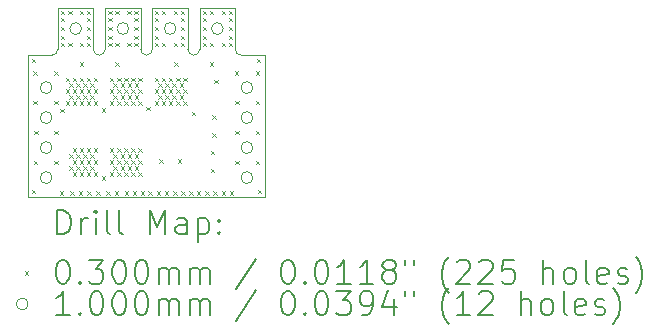
<source format=gbr>
%TF.GenerationSoftware,KiCad,Pcbnew,7.0.2-6a45011f42~172~ubuntu22.04.1*%
%TF.CreationDate,2023-05-29T23:07:17+12:00*%
%TF.ProjectId,THE_BRAWN-20A_POWER,5448455f-4252-4415-974e-2d3230415f50,v2.0*%
%TF.SameCoordinates,Original*%
%TF.FileFunction,Drillmap*%
%TF.FilePolarity,Positive*%
%FSLAX45Y45*%
G04 Gerber Fmt 4.5, Leading zero omitted, Abs format (unit mm)*
G04 Created by KiCad (PCBNEW 7.0.2-6a45011f42~172~ubuntu22.04.1) date 2023-05-29 23:07:17*
%MOMM*%
%LPD*%
G01*
G04 APERTURE LIST*
%ADD10C,0.050000*%
%ADD11C,0.200000*%
%ADD12C,0.030000*%
%ADD13C,0.100000*%
G04 APERTURE END LIST*
D10*
X14900000Y-14875000D02*
X14900000Y-15225000D01*
X13800000Y-14875000D02*
X13800000Y-15225000D01*
X15300000Y-14875000D02*
X15300000Y-15225000D01*
X15550000Y-15275000D02*
X15550000Y-16475000D01*
X14100000Y-14875000D02*
X14100000Y-15225000D01*
X14550000Y-15275000D02*
G75*
G03*
X14600000Y-15225000I0J50000D01*
G01*
X13550000Y-15275000D02*
X13550000Y-16475000D01*
X13800000Y-14875000D02*
X14100000Y-14875000D01*
X14900000Y-15225000D02*
G75*
G03*
X14950000Y-15275000I50000J0D01*
G01*
X14100000Y-15225000D02*
G75*
G03*
X14150000Y-15275000I50000J0D01*
G01*
X14200000Y-14875000D02*
X14200000Y-15225000D01*
X13550000Y-15275000D02*
X13750000Y-15275000D01*
X14200000Y-14875000D02*
X14500000Y-14875000D01*
X13750000Y-15275000D02*
G75*
G03*
X13800000Y-15225000I0J50000D01*
G01*
X15000000Y-14875000D02*
X15300000Y-14875000D01*
X15550000Y-16475000D02*
X13550000Y-16475000D01*
X15300000Y-15225000D02*
G75*
G03*
X15350000Y-15275000I50000J0D01*
G01*
X14950000Y-15275000D02*
G75*
G03*
X15000000Y-15225000I0J50000D01*
G01*
X15000000Y-14875000D02*
X15000000Y-15225000D01*
X14600000Y-14875000D02*
X14900000Y-14875000D01*
X14600000Y-14875000D02*
X14600000Y-15225000D01*
X14150000Y-15275000D02*
G75*
G03*
X14200000Y-15225000I0J50000D01*
G01*
X14500000Y-14875000D02*
X14500000Y-15225000D01*
X15350000Y-15275000D02*
X15550000Y-15275000D01*
X14500000Y-15225000D02*
G75*
G03*
X14550000Y-15275000I50000J0D01*
G01*
D11*
D12*
X13580000Y-15305000D02*
X13610000Y-15335000D01*
X13610000Y-15305000D02*
X13580000Y-15335000D01*
X13580000Y-16415000D02*
X13610000Y-16445000D01*
X13610000Y-16415000D02*
X13580000Y-16445000D01*
X13592500Y-15410000D02*
X13622500Y-15440000D01*
X13622500Y-15410000D02*
X13592500Y-15440000D01*
X13592500Y-15662500D02*
X13622500Y-15692500D01*
X13622500Y-15662500D02*
X13592500Y-15692500D01*
X13595000Y-16170000D02*
X13625000Y-16200000D01*
X13625000Y-16170000D02*
X13595000Y-16200000D01*
X13597500Y-15915000D02*
X13627500Y-15945000D01*
X13627500Y-15915000D02*
X13597500Y-15945000D01*
X13767023Y-16169977D02*
X13797023Y-16199977D01*
X13797023Y-16169977D02*
X13767023Y-16199977D01*
X13767500Y-15662500D02*
X13797500Y-15692500D01*
X13797500Y-15662500D02*
X13767500Y-15692500D01*
X13770000Y-15410000D02*
X13800000Y-15440000D01*
X13800000Y-15410000D02*
X13770000Y-15440000D01*
X13770000Y-15915000D02*
X13800000Y-15945000D01*
X13800000Y-15915000D02*
X13770000Y-15945000D01*
X13815000Y-16425000D02*
X13845000Y-16455000D01*
X13845000Y-16425000D02*
X13815000Y-16455000D01*
X13818680Y-15728939D02*
X13848680Y-15758939D01*
X13848680Y-15728939D02*
X13818680Y-15758939D01*
X13825000Y-14900000D02*
X13855000Y-14930000D01*
X13855000Y-14900000D02*
X13825000Y-14930000D01*
X13825000Y-14960000D02*
X13855000Y-14990000D01*
X13855000Y-14960000D02*
X13825000Y-14990000D01*
X13825000Y-15035000D02*
X13855000Y-15065000D01*
X13855000Y-15035000D02*
X13825000Y-15065000D01*
X13825000Y-15110000D02*
X13855000Y-15140000D01*
X13855000Y-15110000D02*
X13825000Y-15140000D01*
X13825000Y-15170000D02*
X13855000Y-15200000D01*
X13855000Y-15170000D02*
X13825000Y-15200000D01*
X13865000Y-15465000D02*
X13895000Y-15495000D01*
X13895000Y-15465000D02*
X13865000Y-15495000D01*
X13865000Y-15565000D02*
X13895000Y-15595000D01*
X13895000Y-15565000D02*
X13865000Y-15595000D01*
X13865000Y-15665000D02*
X13895000Y-15695000D01*
X13895000Y-15665000D02*
X13865000Y-15695000D01*
X13885000Y-14900000D02*
X13915000Y-14930000D01*
X13915000Y-14900000D02*
X13885000Y-14930000D01*
X13885000Y-15170000D02*
X13915000Y-15200000D01*
X13915000Y-15170000D02*
X13885000Y-15200000D01*
X13895000Y-15515000D02*
X13925000Y-15545000D01*
X13925000Y-15515000D02*
X13895000Y-15545000D01*
X13895000Y-15615000D02*
X13925000Y-15645000D01*
X13925000Y-15615000D02*
X13895000Y-15645000D01*
X13895000Y-16115000D02*
X13925000Y-16145000D01*
X13925000Y-16115000D02*
X13895000Y-16145000D01*
X13895000Y-16215000D02*
X13925000Y-16245000D01*
X13925000Y-16215000D02*
X13895000Y-16245000D01*
X13905000Y-16425000D02*
X13935000Y-16455000D01*
X13935000Y-16425000D02*
X13905000Y-16455000D01*
X13925000Y-15465000D02*
X13955000Y-15495000D01*
X13955000Y-15465000D02*
X13925000Y-15495000D01*
X13925000Y-15565000D02*
X13955000Y-15595000D01*
X13955000Y-15565000D02*
X13925000Y-15595000D01*
X13925000Y-15665000D02*
X13955000Y-15695000D01*
X13955000Y-15665000D02*
X13925000Y-15695000D01*
X13925000Y-16065000D02*
X13955000Y-16095000D01*
X13955000Y-16065000D02*
X13925000Y-16095000D01*
X13925000Y-16165000D02*
X13955000Y-16195000D01*
X13955000Y-16165000D02*
X13925000Y-16195000D01*
X13925000Y-16265000D02*
X13955000Y-16295000D01*
X13955000Y-16265000D02*
X13925000Y-16295000D01*
X13955000Y-15515000D02*
X13985000Y-15545000D01*
X13985000Y-15515000D02*
X13955000Y-15545000D01*
X13955000Y-15615000D02*
X13985000Y-15645000D01*
X13985000Y-15615000D02*
X13955000Y-15645000D01*
X13955000Y-16115000D02*
X13985000Y-16145000D01*
X13985000Y-16115000D02*
X13955000Y-16145000D01*
X13955000Y-16215000D02*
X13985000Y-16245000D01*
X13985000Y-16215000D02*
X13955000Y-16245000D01*
X13975000Y-16425000D02*
X14005000Y-16455000D01*
X14005000Y-16425000D02*
X13975000Y-16455000D01*
X13985000Y-14900000D02*
X14015000Y-14930000D01*
X14015000Y-14900000D02*
X13985000Y-14930000D01*
X13985000Y-15170000D02*
X14015000Y-15200000D01*
X14015000Y-15170000D02*
X13985000Y-15200000D01*
X13985000Y-15335000D02*
X14015000Y-15365000D01*
X14015000Y-15335000D02*
X13985000Y-15365000D01*
X13985000Y-15465000D02*
X14015000Y-15495000D01*
X14015000Y-15465000D02*
X13985000Y-15495000D01*
X13985000Y-15565000D02*
X14015000Y-15595000D01*
X14015000Y-15565000D02*
X13985000Y-15595000D01*
X13985000Y-15665000D02*
X14015000Y-15695000D01*
X14015000Y-15665000D02*
X13985000Y-15695000D01*
X13985000Y-16065000D02*
X14015000Y-16095000D01*
X14015000Y-16065000D02*
X13985000Y-16095000D01*
X13985000Y-16165000D02*
X14015000Y-16195000D01*
X14015000Y-16165000D02*
X13985000Y-16195000D01*
X13985000Y-16265000D02*
X14015000Y-16295000D01*
X14015000Y-16265000D02*
X13985000Y-16295000D01*
X14015000Y-15515000D02*
X14045000Y-15545000D01*
X14045000Y-15515000D02*
X14015000Y-15545000D01*
X14015000Y-15615000D02*
X14045000Y-15645000D01*
X14045000Y-15615000D02*
X14015000Y-15645000D01*
X14015000Y-16115000D02*
X14045000Y-16145000D01*
X14045000Y-16115000D02*
X14015000Y-16145000D01*
X14015000Y-16215000D02*
X14045000Y-16245000D01*
X14045000Y-16215000D02*
X14015000Y-16245000D01*
X14045000Y-14900000D02*
X14075000Y-14930000D01*
X14075000Y-14900000D02*
X14045000Y-14930000D01*
X14045000Y-14960000D02*
X14075000Y-14990000D01*
X14075000Y-14960000D02*
X14045000Y-14990000D01*
X14045000Y-15035000D02*
X14075000Y-15065000D01*
X14075000Y-15035000D02*
X14045000Y-15065000D01*
X14045000Y-15110000D02*
X14075000Y-15140000D01*
X14075000Y-15110000D02*
X14045000Y-15140000D01*
X14045000Y-15170000D02*
X14075000Y-15200000D01*
X14075000Y-15170000D02*
X14045000Y-15200000D01*
X14045000Y-15465000D02*
X14075000Y-15495000D01*
X14075000Y-15465000D02*
X14045000Y-15495000D01*
X14045000Y-15565000D02*
X14075000Y-15595000D01*
X14075000Y-15565000D02*
X14045000Y-15595000D01*
X14045000Y-15665000D02*
X14075000Y-15695000D01*
X14075000Y-15665000D02*
X14045000Y-15695000D01*
X14045000Y-16065000D02*
X14075000Y-16095000D01*
X14075000Y-16065000D02*
X14045000Y-16095000D01*
X14045000Y-16165000D02*
X14075000Y-16195000D01*
X14075000Y-16165000D02*
X14045000Y-16195000D01*
X14045000Y-16265000D02*
X14075000Y-16295000D01*
X14075000Y-16265000D02*
X14045000Y-16295000D01*
X14050000Y-16425000D02*
X14080000Y-16455000D01*
X14080000Y-16425000D02*
X14050000Y-16455000D01*
X14075000Y-15515000D02*
X14105000Y-15545000D01*
X14105000Y-15515000D02*
X14075000Y-15545000D01*
X14075000Y-15615000D02*
X14105000Y-15645000D01*
X14105000Y-15615000D02*
X14075000Y-15645000D01*
X14075000Y-16115000D02*
X14105000Y-16145000D01*
X14105000Y-16115000D02*
X14075000Y-16145000D01*
X14075000Y-16215000D02*
X14105000Y-16245000D01*
X14105000Y-16215000D02*
X14075000Y-16245000D01*
X14105000Y-15465000D02*
X14135000Y-15495000D01*
X14135000Y-15465000D02*
X14105000Y-15495000D01*
X14105000Y-15565000D02*
X14135000Y-15595000D01*
X14135000Y-15565000D02*
X14105000Y-15595000D01*
X14105000Y-15665000D02*
X14135000Y-15695000D01*
X14135000Y-15665000D02*
X14105000Y-15695000D01*
X14105000Y-16065000D02*
X14135000Y-16095000D01*
X14135000Y-16065000D02*
X14105000Y-16095000D01*
X14105000Y-16165000D02*
X14135000Y-16195000D01*
X14135000Y-16165000D02*
X14105000Y-16195000D01*
X14105000Y-16265000D02*
X14135000Y-16295000D01*
X14135000Y-16265000D02*
X14105000Y-16295000D01*
X14125000Y-16425000D02*
X14155000Y-16455000D01*
X14155000Y-16425000D02*
X14125000Y-16455000D01*
X14169277Y-16300248D02*
X14199277Y-16330248D01*
X14199277Y-16300248D02*
X14169277Y-16330248D01*
X14170000Y-15725000D02*
X14200000Y-15755000D01*
X14200000Y-15725000D02*
X14170000Y-15755000D01*
X14210000Y-16425000D02*
X14240000Y-16455000D01*
X14240000Y-16425000D02*
X14210000Y-16455000D01*
X14225000Y-14900000D02*
X14255000Y-14930000D01*
X14255000Y-14900000D02*
X14225000Y-14930000D01*
X14225000Y-14960000D02*
X14255000Y-14990000D01*
X14255000Y-14960000D02*
X14225000Y-14990000D01*
X14225000Y-15035000D02*
X14255000Y-15065000D01*
X14255000Y-15035000D02*
X14225000Y-15065000D01*
X14225000Y-15110000D02*
X14255000Y-15140000D01*
X14255000Y-15110000D02*
X14225000Y-15140000D01*
X14225000Y-15170000D02*
X14255000Y-15200000D01*
X14255000Y-15170000D02*
X14225000Y-15200000D01*
X14240000Y-15465000D02*
X14270000Y-15495000D01*
X14270000Y-15465000D02*
X14240000Y-15495000D01*
X14240000Y-15565000D02*
X14270000Y-15595000D01*
X14270000Y-15565000D02*
X14240000Y-15595000D01*
X14240000Y-15665000D02*
X14270000Y-15695000D01*
X14270000Y-15665000D02*
X14240000Y-15695000D01*
X14240000Y-16065000D02*
X14270000Y-16095000D01*
X14270000Y-16065000D02*
X14240000Y-16095000D01*
X14240000Y-16165000D02*
X14270000Y-16195000D01*
X14270000Y-16165000D02*
X14240000Y-16195000D01*
X14240000Y-16265000D02*
X14270000Y-16295000D01*
X14270000Y-16265000D02*
X14240000Y-16295000D01*
X14270000Y-15515000D02*
X14300000Y-15545000D01*
X14300000Y-15515000D02*
X14270000Y-15545000D01*
X14270000Y-15615000D02*
X14300000Y-15645000D01*
X14300000Y-15615000D02*
X14270000Y-15645000D01*
X14270000Y-16115000D02*
X14300000Y-16145000D01*
X14300000Y-16115000D02*
X14270000Y-16145000D01*
X14270000Y-16215000D02*
X14300000Y-16245000D01*
X14300000Y-16215000D02*
X14270000Y-16245000D01*
X14280000Y-16425000D02*
X14310000Y-16455000D01*
X14310000Y-16425000D02*
X14280000Y-16455000D01*
X14285000Y-14900000D02*
X14315000Y-14930000D01*
X14315000Y-14900000D02*
X14285000Y-14930000D01*
X14285000Y-15170000D02*
X14315000Y-15200000D01*
X14315000Y-15170000D02*
X14285000Y-15200000D01*
X14285000Y-15335000D02*
X14315000Y-15365000D01*
X14315000Y-15335000D02*
X14285000Y-15365000D01*
X14300000Y-15465000D02*
X14330000Y-15495000D01*
X14330000Y-15465000D02*
X14300000Y-15495000D01*
X14300000Y-15565000D02*
X14330000Y-15595000D01*
X14330000Y-15565000D02*
X14300000Y-15595000D01*
X14300000Y-15665000D02*
X14330000Y-15695000D01*
X14330000Y-15665000D02*
X14300000Y-15695000D01*
X14300000Y-16065000D02*
X14330000Y-16095000D01*
X14330000Y-16065000D02*
X14300000Y-16095000D01*
X14300000Y-16165000D02*
X14330000Y-16195000D01*
X14330000Y-16165000D02*
X14300000Y-16195000D01*
X14300000Y-16265000D02*
X14330000Y-16295000D01*
X14330000Y-16265000D02*
X14300000Y-16295000D01*
X14330000Y-15515000D02*
X14360000Y-15545000D01*
X14360000Y-15515000D02*
X14330000Y-15545000D01*
X14330000Y-15615000D02*
X14360000Y-15645000D01*
X14360000Y-15615000D02*
X14330000Y-15645000D01*
X14330000Y-16115000D02*
X14360000Y-16145000D01*
X14360000Y-16115000D02*
X14330000Y-16145000D01*
X14330000Y-16215000D02*
X14360000Y-16245000D01*
X14360000Y-16215000D02*
X14330000Y-16245000D01*
X14360000Y-15465000D02*
X14390000Y-15495000D01*
X14390000Y-15465000D02*
X14360000Y-15495000D01*
X14360000Y-15565000D02*
X14390000Y-15595000D01*
X14390000Y-15565000D02*
X14360000Y-15595000D01*
X14360000Y-15665000D02*
X14390000Y-15695000D01*
X14390000Y-15665000D02*
X14360000Y-15695000D01*
X14360000Y-16065000D02*
X14390000Y-16095000D01*
X14390000Y-16065000D02*
X14360000Y-16095000D01*
X14360000Y-16165000D02*
X14390000Y-16195000D01*
X14390000Y-16165000D02*
X14360000Y-16195000D01*
X14360000Y-16265000D02*
X14390000Y-16295000D01*
X14390000Y-16265000D02*
X14360000Y-16295000D01*
X14367500Y-16425000D02*
X14397500Y-16455000D01*
X14397500Y-16425000D02*
X14367500Y-16455000D01*
X14385000Y-14900000D02*
X14415000Y-14930000D01*
X14415000Y-14900000D02*
X14385000Y-14930000D01*
X14385000Y-15170000D02*
X14415000Y-15200000D01*
X14415000Y-15170000D02*
X14385000Y-15200000D01*
X14390000Y-15515000D02*
X14420000Y-15545000D01*
X14420000Y-15515000D02*
X14390000Y-15545000D01*
X14390000Y-15615000D02*
X14420000Y-15645000D01*
X14420000Y-15615000D02*
X14390000Y-15645000D01*
X14390000Y-16115000D02*
X14420000Y-16145000D01*
X14420000Y-16115000D02*
X14390000Y-16145000D01*
X14390000Y-16215000D02*
X14420000Y-16245000D01*
X14420000Y-16215000D02*
X14390000Y-16245000D01*
X14420000Y-15465000D02*
X14450000Y-15495000D01*
X14450000Y-15465000D02*
X14420000Y-15495000D01*
X14420000Y-15565000D02*
X14450000Y-15595000D01*
X14450000Y-15565000D02*
X14420000Y-15595000D01*
X14420000Y-15665000D02*
X14450000Y-15695000D01*
X14450000Y-15665000D02*
X14420000Y-15695000D01*
X14420000Y-16065000D02*
X14450000Y-16095000D01*
X14450000Y-16065000D02*
X14420000Y-16095000D01*
X14420000Y-16165000D02*
X14450000Y-16195000D01*
X14450000Y-16165000D02*
X14420000Y-16195000D01*
X14420000Y-16265000D02*
X14450000Y-16295000D01*
X14450000Y-16265000D02*
X14420000Y-16295000D01*
X14435000Y-16425000D02*
X14465000Y-16455000D01*
X14465000Y-16425000D02*
X14435000Y-16455000D01*
X14445000Y-14900000D02*
X14475000Y-14930000D01*
X14475000Y-14900000D02*
X14445000Y-14930000D01*
X14445000Y-14960000D02*
X14475000Y-14990000D01*
X14475000Y-14960000D02*
X14445000Y-14990000D01*
X14445000Y-15035000D02*
X14475000Y-15065000D01*
X14475000Y-15035000D02*
X14445000Y-15065000D01*
X14445000Y-15110000D02*
X14475000Y-15140000D01*
X14475000Y-15110000D02*
X14445000Y-15140000D01*
X14445000Y-15170000D02*
X14475000Y-15200000D01*
X14475000Y-15170000D02*
X14445000Y-15200000D01*
X14450000Y-15515000D02*
X14480000Y-15545000D01*
X14480000Y-15515000D02*
X14450000Y-15545000D01*
X14450000Y-15615000D02*
X14480000Y-15645000D01*
X14480000Y-15615000D02*
X14450000Y-15645000D01*
X14450000Y-16115000D02*
X14480000Y-16145000D01*
X14480000Y-16115000D02*
X14450000Y-16145000D01*
X14450000Y-16215000D02*
X14480000Y-16245000D01*
X14480000Y-16215000D02*
X14450000Y-16245000D01*
X14480000Y-15465000D02*
X14510000Y-15495000D01*
X14510000Y-15465000D02*
X14480000Y-15495000D01*
X14480000Y-15565000D02*
X14510000Y-15595000D01*
X14510000Y-15565000D02*
X14480000Y-15595000D01*
X14480000Y-15665000D02*
X14510000Y-15695000D01*
X14510000Y-15665000D02*
X14480000Y-15695000D01*
X14480000Y-16065000D02*
X14510000Y-16095000D01*
X14510000Y-16065000D02*
X14480000Y-16095000D01*
X14480000Y-16165000D02*
X14510000Y-16195000D01*
X14510000Y-16165000D02*
X14480000Y-16195000D01*
X14480000Y-16265000D02*
X14510000Y-16295000D01*
X14510000Y-16265000D02*
X14480000Y-16295000D01*
X14500000Y-16425000D02*
X14530000Y-16455000D01*
X14530000Y-16425000D02*
X14500000Y-16455000D01*
X14547500Y-15713500D02*
X14577500Y-15743500D01*
X14577500Y-15713500D02*
X14547500Y-15743500D01*
X14565000Y-16425000D02*
X14595000Y-16455000D01*
X14595000Y-16425000D02*
X14565000Y-16455000D01*
X14620000Y-14900000D02*
X14650000Y-14930000D01*
X14650000Y-14900000D02*
X14620000Y-14930000D01*
X14620000Y-14960000D02*
X14650000Y-14990000D01*
X14650000Y-14960000D02*
X14620000Y-14990000D01*
X14620000Y-15035000D02*
X14650000Y-15065000D01*
X14650000Y-15035000D02*
X14620000Y-15065000D01*
X14620000Y-15110000D02*
X14650000Y-15140000D01*
X14650000Y-15110000D02*
X14620000Y-15140000D01*
X14620000Y-15170000D02*
X14650000Y-15200000D01*
X14650000Y-15170000D02*
X14620000Y-15200000D01*
X14620000Y-15465000D02*
X14650000Y-15495000D01*
X14650000Y-15465000D02*
X14620000Y-15495000D01*
X14620000Y-15565000D02*
X14650000Y-15595000D01*
X14650000Y-15565000D02*
X14620000Y-15595000D01*
X14620000Y-15665000D02*
X14650000Y-15695000D01*
X14650000Y-15665000D02*
X14620000Y-15695000D01*
X14635000Y-16425000D02*
X14665000Y-16455000D01*
X14665000Y-16425000D02*
X14635000Y-16455000D01*
X14650000Y-15515000D02*
X14680000Y-15545000D01*
X14680000Y-15515000D02*
X14650000Y-15545000D01*
X14650000Y-15615000D02*
X14680000Y-15645000D01*
X14680000Y-15615000D02*
X14650000Y-15645000D01*
X14657500Y-16155000D02*
X14687500Y-16185000D01*
X14687500Y-16155000D02*
X14657500Y-16185000D01*
X14680000Y-14900000D02*
X14710000Y-14930000D01*
X14710000Y-14900000D02*
X14680000Y-14930000D01*
X14680000Y-15170000D02*
X14710000Y-15200000D01*
X14710000Y-15170000D02*
X14680000Y-15200000D01*
X14680000Y-15465000D02*
X14710000Y-15495000D01*
X14710000Y-15465000D02*
X14680000Y-15495000D01*
X14680000Y-15565000D02*
X14710000Y-15595000D01*
X14710000Y-15565000D02*
X14680000Y-15595000D01*
X14680000Y-15665000D02*
X14710000Y-15695000D01*
X14710000Y-15665000D02*
X14680000Y-15695000D01*
X14705050Y-16425000D02*
X14735050Y-16455000D01*
X14735050Y-16425000D02*
X14705050Y-16455000D01*
X14710000Y-15515000D02*
X14740000Y-15545000D01*
X14740000Y-15515000D02*
X14710000Y-15545000D01*
X14710000Y-15615000D02*
X14740000Y-15645000D01*
X14740000Y-15615000D02*
X14710000Y-15645000D01*
X14740000Y-15465000D02*
X14770000Y-15495000D01*
X14770000Y-15465000D02*
X14740000Y-15495000D01*
X14740000Y-15565000D02*
X14770000Y-15595000D01*
X14770000Y-15565000D02*
X14740000Y-15595000D01*
X14740000Y-15665000D02*
X14770000Y-15695000D01*
X14770000Y-15665000D02*
X14740000Y-15695000D01*
X14770000Y-15515000D02*
X14800000Y-15545000D01*
X14800000Y-15515000D02*
X14770000Y-15545000D01*
X14770000Y-15615000D02*
X14800000Y-15645000D01*
X14800000Y-15615000D02*
X14770000Y-15645000D01*
X14775000Y-16425000D02*
X14805000Y-16455000D01*
X14805000Y-16425000D02*
X14775000Y-16455000D01*
X14780000Y-14900000D02*
X14810000Y-14930000D01*
X14810000Y-14900000D02*
X14780000Y-14930000D01*
X14780000Y-15170000D02*
X14810000Y-15200000D01*
X14810000Y-15170000D02*
X14780000Y-15200000D01*
X14785000Y-15335000D02*
X14815000Y-15365000D01*
X14815000Y-15335000D02*
X14785000Y-15365000D01*
X14800000Y-15465000D02*
X14830000Y-15495000D01*
X14830000Y-15465000D02*
X14800000Y-15495000D01*
X14800000Y-15565000D02*
X14830000Y-15595000D01*
X14830000Y-15565000D02*
X14800000Y-15595000D01*
X14800000Y-15665000D02*
X14830000Y-15695000D01*
X14830000Y-15665000D02*
X14800000Y-15695000D01*
X14812500Y-16155000D02*
X14842500Y-16185000D01*
X14842500Y-16155000D02*
X14812500Y-16185000D01*
X14830000Y-15515000D02*
X14860000Y-15545000D01*
X14860000Y-15515000D02*
X14830000Y-15545000D01*
X14830000Y-15615000D02*
X14860000Y-15645000D01*
X14860000Y-15615000D02*
X14830000Y-15645000D01*
X14840000Y-14900000D02*
X14870000Y-14930000D01*
X14870000Y-14900000D02*
X14840000Y-14930000D01*
X14840000Y-14960000D02*
X14870000Y-14990000D01*
X14870000Y-14960000D02*
X14840000Y-14990000D01*
X14840000Y-15035000D02*
X14870000Y-15065000D01*
X14870000Y-15035000D02*
X14840000Y-15065000D01*
X14840000Y-15110000D02*
X14870000Y-15140000D01*
X14870000Y-15110000D02*
X14840000Y-15140000D01*
X14840000Y-15170000D02*
X14870000Y-15200000D01*
X14870000Y-15170000D02*
X14840000Y-15200000D01*
X14844950Y-16425000D02*
X14874950Y-16455000D01*
X14874950Y-16425000D02*
X14844950Y-16455000D01*
X14860000Y-15465000D02*
X14890000Y-15495000D01*
X14890000Y-15465000D02*
X14860000Y-15495000D01*
X14860000Y-15565000D02*
X14890000Y-15595000D01*
X14890000Y-15565000D02*
X14860000Y-15595000D01*
X14860000Y-15665000D02*
X14890000Y-15695000D01*
X14890000Y-15665000D02*
X14860000Y-15695000D01*
X14910000Y-16425000D02*
X14940000Y-16455000D01*
X14940000Y-16425000D02*
X14910000Y-16455000D01*
X14932500Y-15755000D02*
X14962500Y-15785000D01*
X14962500Y-15755000D02*
X14932500Y-15785000D01*
X14975000Y-16425000D02*
X15005000Y-16455000D01*
X15005000Y-16425000D02*
X14975000Y-16455000D01*
X15025000Y-14900000D02*
X15055000Y-14930000D01*
X15055000Y-14900000D02*
X15025000Y-14930000D01*
X15025000Y-14960000D02*
X15055000Y-14990000D01*
X15055000Y-14960000D02*
X15025000Y-14990000D01*
X15025000Y-15035000D02*
X15055000Y-15065000D01*
X15055000Y-15035000D02*
X15025000Y-15065000D01*
X15025000Y-15110000D02*
X15055000Y-15140000D01*
X15055000Y-15110000D02*
X15025000Y-15140000D01*
X15025000Y-15170000D02*
X15055000Y-15200000D01*
X15055000Y-15170000D02*
X15025000Y-15200000D01*
X15045000Y-16425000D02*
X15075000Y-16455000D01*
X15075000Y-16425000D02*
X15045000Y-16455000D01*
X15085000Y-14900000D02*
X15115000Y-14930000D01*
X15115000Y-14900000D02*
X15085000Y-14930000D01*
X15085000Y-15170000D02*
X15115000Y-15200000D01*
X15115000Y-15170000D02*
X15085000Y-15200000D01*
X15085000Y-15335000D02*
X15115000Y-15365000D01*
X15115000Y-15335000D02*
X15085000Y-15365000D01*
X15095000Y-16085000D02*
X15125000Y-16115000D01*
X15125000Y-16085000D02*
X15095000Y-16115000D01*
X15095000Y-16235000D02*
X15125000Y-16265000D01*
X15125000Y-16235000D02*
X15095000Y-16265000D01*
X15105000Y-15785000D02*
X15135000Y-15815000D01*
X15135000Y-15785000D02*
X15105000Y-15815000D01*
X15105000Y-15935000D02*
X15135000Y-15965000D01*
X15135000Y-15935000D02*
X15105000Y-15965000D01*
X15115000Y-16425000D02*
X15145000Y-16455000D01*
X15145000Y-16425000D02*
X15115000Y-16455000D01*
X15122450Y-15485000D02*
X15152450Y-15515000D01*
X15152450Y-15485000D02*
X15122450Y-15515000D01*
X15185000Y-14900000D02*
X15215000Y-14930000D01*
X15215000Y-14900000D02*
X15185000Y-14930000D01*
X15185000Y-15170000D02*
X15215000Y-15200000D01*
X15215000Y-15170000D02*
X15185000Y-15200000D01*
X15185000Y-16425000D02*
X15215000Y-16455000D01*
X15215000Y-16425000D02*
X15185000Y-16455000D01*
X15245000Y-14900000D02*
X15275000Y-14930000D01*
X15275000Y-14900000D02*
X15245000Y-14930000D01*
X15245000Y-14960000D02*
X15275000Y-14990000D01*
X15275000Y-14960000D02*
X15245000Y-14990000D01*
X15245000Y-15035000D02*
X15275000Y-15065000D01*
X15275000Y-15035000D02*
X15245000Y-15065000D01*
X15245000Y-15110000D02*
X15275000Y-15140000D01*
X15275000Y-15110000D02*
X15245000Y-15140000D01*
X15245000Y-15170000D02*
X15275000Y-15200000D01*
X15275000Y-15170000D02*
X15245000Y-15200000D01*
X15255000Y-16425000D02*
X15285000Y-16455000D01*
X15285000Y-16425000D02*
X15255000Y-16455000D01*
X15295000Y-15410000D02*
X15325000Y-15440000D01*
X15325000Y-15410000D02*
X15295000Y-15440000D01*
X15299773Y-15660454D02*
X15329773Y-15690454D01*
X15329773Y-15660454D02*
X15299773Y-15690454D01*
X15300000Y-15915000D02*
X15330000Y-15945000D01*
X15330000Y-15915000D02*
X15300000Y-15945000D01*
X15300000Y-16170000D02*
X15330000Y-16200000D01*
X15330000Y-16170000D02*
X15300000Y-16200000D01*
X15475000Y-15410000D02*
X15505000Y-15440000D01*
X15505000Y-15410000D02*
X15475000Y-15440000D01*
X15475000Y-15662500D02*
X15505000Y-15692500D01*
X15505000Y-15662500D02*
X15475000Y-15692500D01*
X15475000Y-15915000D02*
X15505000Y-15945000D01*
X15505000Y-15915000D02*
X15475000Y-15945000D01*
X15475000Y-16170000D02*
X15505000Y-16200000D01*
X15505000Y-16170000D02*
X15475000Y-16200000D01*
X15485000Y-15305000D02*
X15515000Y-15335000D01*
X15515000Y-15305000D02*
X15485000Y-15335000D01*
X15490000Y-16415000D02*
X15520000Y-16445000D01*
X15520000Y-16415000D02*
X15490000Y-16445000D01*
D13*
X13750000Y-15550000D02*
G75*
G03*
X13750000Y-15550000I-50000J0D01*
G01*
X13750000Y-15804000D02*
G75*
G03*
X13750000Y-15804000I-50000J0D01*
G01*
X13750000Y-16058000D02*
G75*
G03*
X13750000Y-16058000I-50000J0D01*
G01*
X13750000Y-16312000D02*
G75*
G03*
X13750000Y-16312000I-50000J0D01*
G01*
X14000000Y-15050000D02*
G75*
G03*
X14000000Y-15050000I-50000J0D01*
G01*
X14400000Y-15050000D02*
G75*
G03*
X14400000Y-15050000I-50000J0D01*
G01*
X14800000Y-15050000D02*
G75*
G03*
X14800000Y-15050000I-50000J0D01*
G01*
X15200000Y-15050000D02*
G75*
G03*
X15200000Y-15050000I-50000J0D01*
G01*
X15450000Y-15550000D02*
G75*
G03*
X15450000Y-15550000I-50000J0D01*
G01*
X15450000Y-15804000D02*
G75*
G03*
X15450000Y-15804000I-50000J0D01*
G01*
X15450000Y-16058000D02*
G75*
G03*
X15450000Y-16058000I-50000J0D01*
G01*
X15450000Y-16312000D02*
G75*
G03*
X15450000Y-16312000I-50000J0D01*
G01*
D11*
X13795119Y-16790024D02*
X13795119Y-16590024D01*
X13795119Y-16590024D02*
X13842738Y-16590024D01*
X13842738Y-16590024D02*
X13871309Y-16599548D01*
X13871309Y-16599548D02*
X13890357Y-16618595D01*
X13890357Y-16618595D02*
X13899881Y-16637643D01*
X13899881Y-16637643D02*
X13909405Y-16675738D01*
X13909405Y-16675738D02*
X13909405Y-16704309D01*
X13909405Y-16704309D02*
X13899881Y-16742405D01*
X13899881Y-16742405D02*
X13890357Y-16761452D01*
X13890357Y-16761452D02*
X13871309Y-16780500D01*
X13871309Y-16780500D02*
X13842738Y-16790024D01*
X13842738Y-16790024D02*
X13795119Y-16790024D01*
X13995119Y-16790024D02*
X13995119Y-16656690D01*
X13995119Y-16694786D02*
X14004643Y-16675738D01*
X14004643Y-16675738D02*
X14014167Y-16666214D01*
X14014167Y-16666214D02*
X14033214Y-16656690D01*
X14033214Y-16656690D02*
X14052262Y-16656690D01*
X14118928Y-16790024D02*
X14118928Y-16656690D01*
X14118928Y-16590024D02*
X14109405Y-16599548D01*
X14109405Y-16599548D02*
X14118928Y-16609071D01*
X14118928Y-16609071D02*
X14128452Y-16599548D01*
X14128452Y-16599548D02*
X14118928Y-16590024D01*
X14118928Y-16590024D02*
X14118928Y-16609071D01*
X14242738Y-16790024D02*
X14223690Y-16780500D01*
X14223690Y-16780500D02*
X14214167Y-16761452D01*
X14214167Y-16761452D02*
X14214167Y-16590024D01*
X14347500Y-16790024D02*
X14328452Y-16780500D01*
X14328452Y-16780500D02*
X14318928Y-16761452D01*
X14318928Y-16761452D02*
X14318928Y-16590024D01*
X14576071Y-16790024D02*
X14576071Y-16590024D01*
X14576071Y-16590024D02*
X14642738Y-16732881D01*
X14642738Y-16732881D02*
X14709405Y-16590024D01*
X14709405Y-16590024D02*
X14709405Y-16790024D01*
X14890357Y-16790024D02*
X14890357Y-16685262D01*
X14890357Y-16685262D02*
X14880833Y-16666214D01*
X14880833Y-16666214D02*
X14861786Y-16656690D01*
X14861786Y-16656690D02*
X14823690Y-16656690D01*
X14823690Y-16656690D02*
X14804643Y-16666214D01*
X14890357Y-16780500D02*
X14871309Y-16790024D01*
X14871309Y-16790024D02*
X14823690Y-16790024D01*
X14823690Y-16790024D02*
X14804643Y-16780500D01*
X14804643Y-16780500D02*
X14795119Y-16761452D01*
X14795119Y-16761452D02*
X14795119Y-16742405D01*
X14795119Y-16742405D02*
X14804643Y-16723357D01*
X14804643Y-16723357D02*
X14823690Y-16713833D01*
X14823690Y-16713833D02*
X14871309Y-16713833D01*
X14871309Y-16713833D02*
X14890357Y-16704309D01*
X14985595Y-16656690D02*
X14985595Y-16856690D01*
X14985595Y-16666214D02*
X15004643Y-16656690D01*
X15004643Y-16656690D02*
X15042738Y-16656690D01*
X15042738Y-16656690D02*
X15061786Y-16666214D01*
X15061786Y-16666214D02*
X15071309Y-16675738D01*
X15071309Y-16675738D02*
X15080833Y-16694786D01*
X15080833Y-16694786D02*
X15080833Y-16751928D01*
X15080833Y-16751928D02*
X15071309Y-16770976D01*
X15071309Y-16770976D02*
X15061786Y-16780500D01*
X15061786Y-16780500D02*
X15042738Y-16790024D01*
X15042738Y-16790024D02*
X15004643Y-16790024D01*
X15004643Y-16790024D02*
X14985595Y-16780500D01*
X15166548Y-16770976D02*
X15176071Y-16780500D01*
X15176071Y-16780500D02*
X15166548Y-16790024D01*
X15166548Y-16790024D02*
X15157024Y-16780500D01*
X15157024Y-16780500D02*
X15166548Y-16770976D01*
X15166548Y-16770976D02*
X15166548Y-16790024D01*
X15166548Y-16666214D02*
X15176071Y-16675738D01*
X15176071Y-16675738D02*
X15166548Y-16685262D01*
X15166548Y-16685262D02*
X15157024Y-16675738D01*
X15157024Y-16675738D02*
X15166548Y-16666214D01*
X15166548Y-16666214D02*
X15166548Y-16685262D01*
D12*
X13517500Y-17102500D02*
X13547500Y-17132500D01*
X13547500Y-17102500D02*
X13517500Y-17132500D01*
D11*
X13833214Y-17010024D02*
X13852262Y-17010024D01*
X13852262Y-17010024D02*
X13871309Y-17019548D01*
X13871309Y-17019548D02*
X13880833Y-17029071D01*
X13880833Y-17029071D02*
X13890357Y-17048119D01*
X13890357Y-17048119D02*
X13899881Y-17086214D01*
X13899881Y-17086214D02*
X13899881Y-17133833D01*
X13899881Y-17133833D02*
X13890357Y-17171929D01*
X13890357Y-17171929D02*
X13880833Y-17190976D01*
X13880833Y-17190976D02*
X13871309Y-17200500D01*
X13871309Y-17200500D02*
X13852262Y-17210024D01*
X13852262Y-17210024D02*
X13833214Y-17210024D01*
X13833214Y-17210024D02*
X13814167Y-17200500D01*
X13814167Y-17200500D02*
X13804643Y-17190976D01*
X13804643Y-17190976D02*
X13795119Y-17171929D01*
X13795119Y-17171929D02*
X13785595Y-17133833D01*
X13785595Y-17133833D02*
X13785595Y-17086214D01*
X13785595Y-17086214D02*
X13795119Y-17048119D01*
X13795119Y-17048119D02*
X13804643Y-17029071D01*
X13804643Y-17029071D02*
X13814167Y-17019548D01*
X13814167Y-17019548D02*
X13833214Y-17010024D01*
X13985595Y-17190976D02*
X13995119Y-17200500D01*
X13995119Y-17200500D02*
X13985595Y-17210024D01*
X13985595Y-17210024D02*
X13976071Y-17200500D01*
X13976071Y-17200500D02*
X13985595Y-17190976D01*
X13985595Y-17190976D02*
X13985595Y-17210024D01*
X14061786Y-17010024D02*
X14185595Y-17010024D01*
X14185595Y-17010024D02*
X14118928Y-17086214D01*
X14118928Y-17086214D02*
X14147500Y-17086214D01*
X14147500Y-17086214D02*
X14166548Y-17095738D01*
X14166548Y-17095738D02*
X14176071Y-17105262D01*
X14176071Y-17105262D02*
X14185595Y-17124310D01*
X14185595Y-17124310D02*
X14185595Y-17171929D01*
X14185595Y-17171929D02*
X14176071Y-17190976D01*
X14176071Y-17190976D02*
X14166548Y-17200500D01*
X14166548Y-17200500D02*
X14147500Y-17210024D01*
X14147500Y-17210024D02*
X14090357Y-17210024D01*
X14090357Y-17210024D02*
X14071309Y-17200500D01*
X14071309Y-17200500D02*
X14061786Y-17190976D01*
X14309405Y-17010024D02*
X14328452Y-17010024D01*
X14328452Y-17010024D02*
X14347500Y-17019548D01*
X14347500Y-17019548D02*
X14357024Y-17029071D01*
X14357024Y-17029071D02*
X14366548Y-17048119D01*
X14366548Y-17048119D02*
X14376071Y-17086214D01*
X14376071Y-17086214D02*
X14376071Y-17133833D01*
X14376071Y-17133833D02*
X14366548Y-17171929D01*
X14366548Y-17171929D02*
X14357024Y-17190976D01*
X14357024Y-17190976D02*
X14347500Y-17200500D01*
X14347500Y-17200500D02*
X14328452Y-17210024D01*
X14328452Y-17210024D02*
X14309405Y-17210024D01*
X14309405Y-17210024D02*
X14290357Y-17200500D01*
X14290357Y-17200500D02*
X14280833Y-17190976D01*
X14280833Y-17190976D02*
X14271309Y-17171929D01*
X14271309Y-17171929D02*
X14261786Y-17133833D01*
X14261786Y-17133833D02*
X14261786Y-17086214D01*
X14261786Y-17086214D02*
X14271309Y-17048119D01*
X14271309Y-17048119D02*
X14280833Y-17029071D01*
X14280833Y-17029071D02*
X14290357Y-17019548D01*
X14290357Y-17019548D02*
X14309405Y-17010024D01*
X14499881Y-17010024D02*
X14518929Y-17010024D01*
X14518929Y-17010024D02*
X14537976Y-17019548D01*
X14537976Y-17019548D02*
X14547500Y-17029071D01*
X14547500Y-17029071D02*
X14557024Y-17048119D01*
X14557024Y-17048119D02*
X14566548Y-17086214D01*
X14566548Y-17086214D02*
X14566548Y-17133833D01*
X14566548Y-17133833D02*
X14557024Y-17171929D01*
X14557024Y-17171929D02*
X14547500Y-17190976D01*
X14547500Y-17190976D02*
X14537976Y-17200500D01*
X14537976Y-17200500D02*
X14518929Y-17210024D01*
X14518929Y-17210024D02*
X14499881Y-17210024D01*
X14499881Y-17210024D02*
X14480833Y-17200500D01*
X14480833Y-17200500D02*
X14471309Y-17190976D01*
X14471309Y-17190976D02*
X14461786Y-17171929D01*
X14461786Y-17171929D02*
X14452262Y-17133833D01*
X14452262Y-17133833D02*
X14452262Y-17086214D01*
X14452262Y-17086214D02*
X14461786Y-17048119D01*
X14461786Y-17048119D02*
X14471309Y-17029071D01*
X14471309Y-17029071D02*
X14480833Y-17019548D01*
X14480833Y-17019548D02*
X14499881Y-17010024D01*
X14652262Y-17210024D02*
X14652262Y-17076690D01*
X14652262Y-17095738D02*
X14661786Y-17086214D01*
X14661786Y-17086214D02*
X14680833Y-17076690D01*
X14680833Y-17076690D02*
X14709405Y-17076690D01*
X14709405Y-17076690D02*
X14728452Y-17086214D01*
X14728452Y-17086214D02*
X14737976Y-17105262D01*
X14737976Y-17105262D02*
X14737976Y-17210024D01*
X14737976Y-17105262D02*
X14747500Y-17086214D01*
X14747500Y-17086214D02*
X14766548Y-17076690D01*
X14766548Y-17076690D02*
X14795119Y-17076690D01*
X14795119Y-17076690D02*
X14814167Y-17086214D01*
X14814167Y-17086214D02*
X14823690Y-17105262D01*
X14823690Y-17105262D02*
X14823690Y-17210024D01*
X14918929Y-17210024D02*
X14918929Y-17076690D01*
X14918929Y-17095738D02*
X14928452Y-17086214D01*
X14928452Y-17086214D02*
X14947500Y-17076690D01*
X14947500Y-17076690D02*
X14976071Y-17076690D01*
X14976071Y-17076690D02*
X14995119Y-17086214D01*
X14995119Y-17086214D02*
X15004643Y-17105262D01*
X15004643Y-17105262D02*
X15004643Y-17210024D01*
X15004643Y-17105262D02*
X15014167Y-17086214D01*
X15014167Y-17086214D02*
X15033214Y-17076690D01*
X15033214Y-17076690D02*
X15061786Y-17076690D01*
X15061786Y-17076690D02*
X15080833Y-17086214D01*
X15080833Y-17086214D02*
X15090357Y-17105262D01*
X15090357Y-17105262D02*
X15090357Y-17210024D01*
X15480833Y-17000500D02*
X15309405Y-17257643D01*
X15737976Y-17010024D02*
X15757024Y-17010024D01*
X15757024Y-17010024D02*
X15776072Y-17019548D01*
X15776072Y-17019548D02*
X15785595Y-17029071D01*
X15785595Y-17029071D02*
X15795119Y-17048119D01*
X15795119Y-17048119D02*
X15804643Y-17086214D01*
X15804643Y-17086214D02*
X15804643Y-17133833D01*
X15804643Y-17133833D02*
X15795119Y-17171929D01*
X15795119Y-17171929D02*
X15785595Y-17190976D01*
X15785595Y-17190976D02*
X15776072Y-17200500D01*
X15776072Y-17200500D02*
X15757024Y-17210024D01*
X15757024Y-17210024D02*
X15737976Y-17210024D01*
X15737976Y-17210024D02*
X15718929Y-17200500D01*
X15718929Y-17200500D02*
X15709405Y-17190976D01*
X15709405Y-17190976D02*
X15699881Y-17171929D01*
X15699881Y-17171929D02*
X15690357Y-17133833D01*
X15690357Y-17133833D02*
X15690357Y-17086214D01*
X15690357Y-17086214D02*
X15699881Y-17048119D01*
X15699881Y-17048119D02*
X15709405Y-17029071D01*
X15709405Y-17029071D02*
X15718929Y-17019548D01*
X15718929Y-17019548D02*
X15737976Y-17010024D01*
X15890357Y-17190976D02*
X15899881Y-17200500D01*
X15899881Y-17200500D02*
X15890357Y-17210024D01*
X15890357Y-17210024D02*
X15880833Y-17200500D01*
X15880833Y-17200500D02*
X15890357Y-17190976D01*
X15890357Y-17190976D02*
X15890357Y-17210024D01*
X16023691Y-17010024D02*
X16042738Y-17010024D01*
X16042738Y-17010024D02*
X16061786Y-17019548D01*
X16061786Y-17019548D02*
X16071310Y-17029071D01*
X16071310Y-17029071D02*
X16080833Y-17048119D01*
X16080833Y-17048119D02*
X16090357Y-17086214D01*
X16090357Y-17086214D02*
X16090357Y-17133833D01*
X16090357Y-17133833D02*
X16080833Y-17171929D01*
X16080833Y-17171929D02*
X16071310Y-17190976D01*
X16071310Y-17190976D02*
X16061786Y-17200500D01*
X16061786Y-17200500D02*
X16042738Y-17210024D01*
X16042738Y-17210024D02*
X16023691Y-17210024D01*
X16023691Y-17210024D02*
X16004643Y-17200500D01*
X16004643Y-17200500D02*
X15995119Y-17190976D01*
X15995119Y-17190976D02*
X15985595Y-17171929D01*
X15985595Y-17171929D02*
X15976072Y-17133833D01*
X15976072Y-17133833D02*
X15976072Y-17086214D01*
X15976072Y-17086214D02*
X15985595Y-17048119D01*
X15985595Y-17048119D02*
X15995119Y-17029071D01*
X15995119Y-17029071D02*
X16004643Y-17019548D01*
X16004643Y-17019548D02*
X16023691Y-17010024D01*
X16280833Y-17210024D02*
X16166548Y-17210024D01*
X16223691Y-17210024D02*
X16223691Y-17010024D01*
X16223691Y-17010024D02*
X16204643Y-17038595D01*
X16204643Y-17038595D02*
X16185595Y-17057643D01*
X16185595Y-17057643D02*
X16166548Y-17067167D01*
X16471310Y-17210024D02*
X16357024Y-17210024D01*
X16414167Y-17210024D02*
X16414167Y-17010024D01*
X16414167Y-17010024D02*
X16395119Y-17038595D01*
X16395119Y-17038595D02*
X16376072Y-17057643D01*
X16376072Y-17057643D02*
X16357024Y-17067167D01*
X16585595Y-17095738D02*
X16566548Y-17086214D01*
X16566548Y-17086214D02*
X16557024Y-17076690D01*
X16557024Y-17076690D02*
X16547500Y-17057643D01*
X16547500Y-17057643D02*
X16547500Y-17048119D01*
X16547500Y-17048119D02*
X16557024Y-17029071D01*
X16557024Y-17029071D02*
X16566548Y-17019548D01*
X16566548Y-17019548D02*
X16585595Y-17010024D01*
X16585595Y-17010024D02*
X16623691Y-17010024D01*
X16623691Y-17010024D02*
X16642738Y-17019548D01*
X16642738Y-17019548D02*
X16652262Y-17029071D01*
X16652262Y-17029071D02*
X16661786Y-17048119D01*
X16661786Y-17048119D02*
X16661786Y-17057643D01*
X16661786Y-17057643D02*
X16652262Y-17076690D01*
X16652262Y-17076690D02*
X16642738Y-17086214D01*
X16642738Y-17086214D02*
X16623691Y-17095738D01*
X16623691Y-17095738D02*
X16585595Y-17095738D01*
X16585595Y-17095738D02*
X16566548Y-17105262D01*
X16566548Y-17105262D02*
X16557024Y-17114786D01*
X16557024Y-17114786D02*
X16547500Y-17133833D01*
X16547500Y-17133833D02*
X16547500Y-17171929D01*
X16547500Y-17171929D02*
X16557024Y-17190976D01*
X16557024Y-17190976D02*
X16566548Y-17200500D01*
X16566548Y-17200500D02*
X16585595Y-17210024D01*
X16585595Y-17210024D02*
X16623691Y-17210024D01*
X16623691Y-17210024D02*
X16642738Y-17200500D01*
X16642738Y-17200500D02*
X16652262Y-17190976D01*
X16652262Y-17190976D02*
X16661786Y-17171929D01*
X16661786Y-17171929D02*
X16661786Y-17133833D01*
X16661786Y-17133833D02*
X16652262Y-17114786D01*
X16652262Y-17114786D02*
X16642738Y-17105262D01*
X16642738Y-17105262D02*
X16623691Y-17095738D01*
X16737976Y-17010024D02*
X16737976Y-17048119D01*
X16814167Y-17010024D02*
X16814167Y-17048119D01*
X17109405Y-17286214D02*
X17099881Y-17276690D01*
X17099881Y-17276690D02*
X17080834Y-17248119D01*
X17080834Y-17248119D02*
X17071310Y-17229071D01*
X17071310Y-17229071D02*
X17061786Y-17200500D01*
X17061786Y-17200500D02*
X17052262Y-17152881D01*
X17052262Y-17152881D02*
X17052262Y-17114786D01*
X17052262Y-17114786D02*
X17061786Y-17067167D01*
X17061786Y-17067167D02*
X17071310Y-17038595D01*
X17071310Y-17038595D02*
X17080834Y-17019548D01*
X17080834Y-17019548D02*
X17099881Y-16990976D01*
X17099881Y-16990976D02*
X17109405Y-16981452D01*
X17176072Y-17029071D02*
X17185596Y-17019548D01*
X17185596Y-17019548D02*
X17204643Y-17010024D01*
X17204643Y-17010024D02*
X17252262Y-17010024D01*
X17252262Y-17010024D02*
X17271310Y-17019548D01*
X17271310Y-17019548D02*
X17280834Y-17029071D01*
X17280834Y-17029071D02*
X17290357Y-17048119D01*
X17290357Y-17048119D02*
X17290357Y-17067167D01*
X17290357Y-17067167D02*
X17280834Y-17095738D01*
X17280834Y-17095738D02*
X17166548Y-17210024D01*
X17166548Y-17210024D02*
X17290357Y-17210024D01*
X17366548Y-17029071D02*
X17376072Y-17019548D01*
X17376072Y-17019548D02*
X17395119Y-17010024D01*
X17395119Y-17010024D02*
X17442738Y-17010024D01*
X17442738Y-17010024D02*
X17461786Y-17019548D01*
X17461786Y-17019548D02*
X17471310Y-17029071D01*
X17471310Y-17029071D02*
X17480834Y-17048119D01*
X17480834Y-17048119D02*
X17480834Y-17067167D01*
X17480834Y-17067167D02*
X17471310Y-17095738D01*
X17471310Y-17095738D02*
X17357024Y-17210024D01*
X17357024Y-17210024D02*
X17480834Y-17210024D01*
X17661786Y-17010024D02*
X17566548Y-17010024D01*
X17566548Y-17010024D02*
X17557024Y-17105262D01*
X17557024Y-17105262D02*
X17566548Y-17095738D01*
X17566548Y-17095738D02*
X17585596Y-17086214D01*
X17585596Y-17086214D02*
X17633215Y-17086214D01*
X17633215Y-17086214D02*
X17652262Y-17095738D01*
X17652262Y-17095738D02*
X17661786Y-17105262D01*
X17661786Y-17105262D02*
X17671310Y-17124310D01*
X17671310Y-17124310D02*
X17671310Y-17171929D01*
X17671310Y-17171929D02*
X17661786Y-17190976D01*
X17661786Y-17190976D02*
X17652262Y-17200500D01*
X17652262Y-17200500D02*
X17633215Y-17210024D01*
X17633215Y-17210024D02*
X17585596Y-17210024D01*
X17585596Y-17210024D02*
X17566548Y-17200500D01*
X17566548Y-17200500D02*
X17557024Y-17190976D01*
X17909405Y-17210024D02*
X17909405Y-17010024D01*
X17995119Y-17210024D02*
X17995119Y-17105262D01*
X17995119Y-17105262D02*
X17985596Y-17086214D01*
X17985596Y-17086214D02*
X17966548Y-17076690D01*
X17966548Y-17076690D02*
X17937977Y-17076690D01*
X17937977Y-17076690D02*
X17918929Y-17086214D01*
X17918929Y-17086214D02*
X17909405Y-17095738D01*
X18118929Y-17210024D02*
X18099881Y-17200500D01*
X18099881Y-17200500D02*
X18090358Y-17190976D01*
X18090358Y-17190976D02*
X18080834Y-17171929D01*
X18080834Y-17171929D02*
X18080834Y-17114786D01*
X18080834Y-17114786D02*
X18090358Y-17095738D01*
X18090358Y-17095738D02*
X18099881Y-17086214D01*
X18099881Y-17086214D02*
X18118929Y-17076690D01*
X18118929Y-17076690D02*
X18147500Y-17076690D01*
X18147500Y-17076690D02*
X18166548Y-17086214D01*
X18166548Y-17086214D02*
X18176072Y-17095738D01*
X18176072Y-17095738D02*
X18185596Y-17114786D01*
X18185596Y-17114786D02*
X18185596Y-17171929D01*
X18185596Y-17171929D02*
X18176072Y-17190976D01*
X18176072Y-17190976D02*
X18166548Y-17200500D01*
X18166548Y-17200500D02*
X18147500Y-17210024D01*
X18147500Y-17210024D02*
X18118929Y-17210024D01*
X18299881Y-17210024D02*
X18280834Y-17200500D01*
X18280834Y-17200500D02*
X18271310Y-17181452D01*
X18271310Y-17181452D02*
X18271310Y-17010024D01*
X18452262Y-17200500D02*
X18433215Y-17210024D01*
X18433215Y-17210024D02*
X18395119Y-17210024D01*
X18395119Y-17210024D02*
X18376072Y-17200500D01*
X18376072Y-17200500D02*
X18366548Y-17181452D01*
X18366548Y-17181452D02*
X18366548Y-17105262D01*
X18366548Y-17105262D02*
X18376072Y-17086214D01*
X18376072Y-17086214D02*
X18395119Y-17076690D01*
X18395119Y-17076690D02*
X18433215Y-17076690D01*
X18433215Y-17076690D02*
X18452262Y-17086214D01*
X18452262Y-17086214D02*
X18461786Y-17105262D01*
X18461786Y-17105262D02*
X18461786Y-17124310D01*
X18461786Y-17124310D02*
X18366548Y-17143357D01*
X18537977Y-17200500D02*
X18557024Y-17210024D01*
X18557024Y-17210024D02*
X18595119Y-17210024D01*
X18595119Y-17210024D02*
X18614167Y-17200500D01*
X18614167Y-17200500D02*
X18623691Y-17181452D01*
X18623691Y-17181452D02*
X18623691Y-17171929D01*
X18623691Y-17171929D02*
X18614167Y-17152881D01*
X18614167Y-17152881D02*
X18595119Y-17143357D01*
X18595119Y-17143357D02*
X18566548Y-17143357D01*
X18566548Y-17143357D02*
X18547500Y-17133833D01*
X18547500Y-17133833D02*
X18537977Y-17114786D01*
X18537977Y-17114786D02*
X18537977Y-17105262D01*
X18537977Y-17105262D02*
X18547500Y-17086214D01*
X18547500Y-17086214D02*
X18566548Y-17076690D01*
X18566548Y-17076690D02*
X18595119Y-17076690D01*
X18595119Y-17076690D02*
X18614167Y-17086214D01*
X18690358Y-17286214D02*
X18699881Y-17276690D01*
X18699881Y-17276690D02*
X18718929Y-17248119D01*
X18718929Y-17248119D02*
X18728453Y-17229071D01*
X18728453Y-17229071D02*
X18737977Y-17200500D01*
X18737977Y-17200500D02*
X18747500Y-17152881D01*
X18747500Y-17152881D02*
X18747500Y-17114786D01*
X18747500Y-17114786D02*
X18737977Y-17067167D01*
X18737977Y-17067167D02*
X18728453Y-17038595D01*
X18728453Y-17038595D02*
X18718929Y-17019548D01*
X18718929Y-17019548D02*
X18699881Y-16990976D01*
X18699881Y-16990976D02*
X18690358Y-16981452D01*
D13*
X13547500Y-17381500D02*
G75*
G03*
X13547500Y-17381500I-50000J0D01*
G01*
D11*
X13899881Y-17474024D02*
X13785595Y-17474024D01*
X13842738Y-17474024D02*
X13842738Y-17274024D01*
X13842738Y-17274024D02*
X13823690Y-17302595D01*
X13823690Y-17302595D02*
X13804643Y-17321643D01*
X13804643Y-17321643D02*
X13785595Y-17331167D01*
X13985595Y-17454976D02*
X13995119Y-17464500D01*
X13995119Y-17464500D02*
X13985595Y-17474024D01*
X13985595Y-17474024D02*
X13976071Y-17464500D01*
X13976071Y-17464500D02*
X13985595Y-17454976D01*
X13985595Y-17454976D02*
X13985595Y-17474024D01*
X14118928Y-17274024D02*
X14137976Y-17274024D01*
X14137976Y-17274024D02*
X14157024Y-17283548D01*
X14157024Y-17283548D02*
X14166548Y-17293071D01*
X14166548Y-17293071D02*
X14176071Y-17312119D01*
X14176071Y-17312119D02*
X14185595Y-17350214D01*
X14185595Y-17350214D02*
X14185595Y-17397833D01*
X14185595Y-17397833D02*
X14176071Y-17435929D01*
X14176071Y-17435929D02*
X14166548Y-17454976D01*
X14166548Y-17454976D02*
X14157024Y-17464500D01*
X14157024Y-17464500D02*
X14137976Y-17474024D01*
X14137976Y-17474024D02*
X14118928Y-17474024D01*
X14118928Y-17474024D02*
X14099881Y-17464500D01*
X14099881Y-17464500D02*
X14090357Y-17454976D01*
X14090357Y-17454976D02*
X14080833Y-17435929D01*
X14080833Y-17435929D02*
X14071309Y-17397833D01*
X14071309Y-17397833D02*
X14071309Y-17350214D01*
X14071309Y-17350214D02*
X14080833Y-17312119D01*
X14080833Y-17312119D02*
X14090357Y-17293071D01*
X14090357Y-17293071D02*
X14099881Y-17283548D01*
X14099881Y-17283548D02*
X14118928Y-17274024D01*
X14309405Y-17274024D02*
X14328452Y-17274024D01*
X14328452Y-17274024D02*
X14347500Y-17283548D01*
X14347500Y-17283548D02*
X14357024Y-17293071D01*
X14357024Y-17293071D02*
X14366548Y-17312119D01*
X14366548Y-17312119D02*
X14376071Y-17350214D01*
X14376071Y-17350214D02*
X14376071Y-17397833D01*
X14376071Y-17397833D02*
X14366548Y-17435929D01*
X14366548Y-17435929D02*
X14357024Y-17454976D01*
X14357024Y-17454976D02*
X14347500Y-17464500D01*
X14347500Y-17464500D02*
X14328452Y-17474024D01*
X14328452Y-17474024D02*
X14309405Y-17474024D01*
X14309405Y-17474024D02*
X14290357Y-17464500D01*
X14290357Y-17464500D02*
X14280833Y-17454976D01*
X14280833Y-17454976D02*
X14271309Y-17435929D01*
X14271309Y-17435929D02*
X14261786Y-17397833D01*
X14261786Y-17397833D02*
X14261786Y-17350214D01*
X14261786Y-17350214D02*
X14271309Y-17312119D01*
X14271309Y-17312119D02*
X14280833Y-17293071D01*
X14280833Y-17293071D02*
X14290357Y-17283548D01*
X14290357Y-17283548D02*
X14309405Y-17274024D01*
X14499881Y-17274024D02*
X14518929Y-17274024D01*
X14518929Y-17274024D02*
X14537976Y-17283548D01*
X14537976Y-17283548D02*
X14547500Y-17293071D01*
X14547500Y-17293071D02*
X14557024Y-17312119D01*
X14557024Y-17312119D02*
X14566548Y-17350214D01*
X14566548Y-17350214D02*
X14566548Y-17397833D01*
X14566548Y-17397833D02*
X14557024Y-17435929D01*
X14557024Y-17435929D02*
X14547500Y-17454976D01*
X14547500Y-17454976D02*
X14537976Y-17464500D01*
X14537976Y-17464500D02*
X14518929Y-17474024D01*
X14518929Y-17474024D02*
X14499881Y-17474024D01*
X14499881Y-17474024D02*
X14480833Y-17464500D01*
X14480833Y-17464500D02*
X14471309Y-17454976D01*
X14471309Y-17454976D02*
X14461786Y-17435929D01*
X14461786Y-17435929D02*
X14452262Y-17397833D01*
X14452262Y-17397833D02*
X14452262Y-17350214D01*
X14452262Y-17350214D02*
X14461786Y-17312119D01*
X14461786Y-17312119D02*
X14471309Y-17293071D01*
X14471309Y-17293071D02*
X14480833Y-17283548D01*
X14480833Y-17283548D02*
X14499881Y-17274024D01*
X14652262Y-17474024D02*
X14652262Y-17340690D01*
X14652262Y-17359738D02*
X14661786Y-17350214D01*
X14661786Y-17350214D02*
X14680833Y-17340690D01*
X14680833Y-17340690D02*
X14709405Y-17340690D01*
X14709405Y-17340690D02*
X14728452Y-17350214D01*
X14728452Y-17350214D02*
X14737976Y-17369262D01*
X14737976Y-17369262D02*
X14737976Y-17474024D01*
X14737976Y-17369262D02*
X14747500Y-17350214D01*
X14747500Y-17350214D02*
X14766548Y-17340690D01*
X14766548Y-17340690D02*
X14795119Y-17340690D01*
X14795119Y-17340690D02*
X14814167Y-17350214D01*
X14814167Y-17350214D02*
X14823690Y-17369262D01*
X14823690Y-17369262D02*
X14823690Y-17474024D01*
X14918929Y-17474024D02*
X14918929Y-17340690D01*
X14918929Y-17359738D02*
X14928452Y-17350214D01*
X14928452Y-17350214D02*
X14947500Y-17340690D01*
X14947500Y-17340690D02*
X14976071Y-17340690D01*
X14976071Y-17340690D02*
X14995119Y-17350214D01*
X14995119Y-17350214D02*
X15004643Y-17369262D01*
X15004643Y-17369262D02*
X15004643Y-17474024D01*
X15004643Y-17369262D02*
X15014167Y-17350214D01*
X15014167Y-17350214D02*
X15033214Y-17340690D01*
X15033214Y-17340690D02*
X15061786Y-17340690D01*
X15061786Y-17340690D02*
X15080833Y-17350214D01*
X15080833Y-17350214D02*
X15090357Y-17369262D01*
X15090357Y-17369262D02*
X15090357Y-17474024D01*
X15480833Y-17264500D02*
X15309405Y-17521643D01*
X15737976Y-17274024D02*
X15757024Y-17274024D01*
X15757024Y-17274024D02*
X15776072Y-17283548D01*
X15776072Y-17283548D02*
X15785595Y-17293071D01*
X15785595Y-17293071D02*
X15795119Y-17312119D01*
X15795119Y-17312119D02*
X15804643Y-17350214D01*
X15804643Y-17350214D02*
X15804643Y-17397833D01*
X15804643Y-17397833D02*
X15795119Y-17435929D01*
X15795119Y-17435929D02*
X15785595Y-17454976D01*
X15785595Y-17454976D02*
X15776072Y-17464500D01*
X15776072Y-17464500D02*
X15757024Y-17474024D01*
X15757024Y-17474024D02*
X15737976Y-17474024D01*
X15737976Y-17474024D02*
X15718929Y-17464500D01*
X15718929Y-17464500D02*
X15709405Y-17454976D01*
X15709405Y-17454976D02*
X15699881Y-17435929D01*
X15699881Y-17435929D02*
X15690357Y-17397833D01*
X15690357Y-17397833D02*
X15690357Y-17350214D01*
X15690357Y-17350214D02*
X15699881Y-17312119D01*
X15699881Y-17312119D02*
X15709405Y-17293071D01*
X15709405Y-17293071D02*
X15718929Y-17283548D01*
X15718929Y-17283548D02*
X15737976Y-17274024D01*
X15890357Y-17454976D02*
X15899881Y-17464500D01*
X15899881Y-17464500D02*
X15890357Y-17474024D01*
X15890357Y-17474024D02*
X15880833Y-17464500D01*
X15880833Y-17464500D02*
X15890357Y-17454976D01*
X15890357Y-17454976D02*
X15890357Y-17474024D01*
X16023691Y-17274024D02*
X16042738Y-17274024D01*
X16042738Y-17274024D02*
X16061786Y-17283548D01*
X16061786Y-17283548D02*
X16071310Y-17293071D01*
X16071310Y-17293071D02*
X16080833Y-17312119D01*
X16080833Y-17312119D02*
X16090357Y-17350214D01*
X16090357Y-17350214D02*
X16090357Y-17397833D01*
X16090357Y-17397833D02*
X16080833Y-17435929D01*
X16080833Y-17435929D02*
X16071310Y-17454976D01*
X16071310Y-17454976D02*
X16061786Y-17464500D01*
X16061786Y-17464500D02*
X16042738Y-17474024D01*
X16042738Y-17474024D02*
X16023691Y-17474024D01*
X16023691Y-17474024D02*
X16004643Y-17464500D01*
X16004643Y-17464500D02*
X15995119Y-17454976D01*
X15995119Y-17454976D02*
X15985595Y-17435929D01*
X15985595Y-17435929D02*
X15976072Y-17397833D01*
X15976072Y-17397833D02*
X15976072Y-17350214D01*
X15976072Y-17350214D02*
X15985595Y-17312119D01*
X15985595Y-17312119D02*
X15995119Y-17293071D01*
X15995119Y-17293071D02*
X16004643Y-17283548D01*
X16004643Y-17283548D02*
X16023691Y-17274024D01*
X16157024Y-17274024D02*
X16280833Y-17274024D01*
X16280833Y-17274024D02*
X16214167Y-17350214D01*
X16214167Y-17350214D02*
X16242738Y-17350214D01*
X16242738Y-17350214D02*
X16261786Y-17359738D01*
X16261786Y-17359738D02*
X16271310Y-17369262D01*
X16271310Y-17369262D02*
X16280833Y-17388310D01*
X16280833Y-17388310D02*
X16280833Y-17435929D01*
X16280833Y-17435929D02*
X16271310Y-17454976D01*
X16271310Y-17454976D02*
X16261786Y-17464500D01*
X16261786Y-17464500D02*
X16242738Y-17474024D01*
X16242738Y-17474024D02*
X16185595Y-17474024D01*
X16185595Y-17474024D02*
X16166548Y-17464500D01*
X16166548Y-17464500D02*
X16157024Y-17454976D01*
X16376072Y-17474024D02*
X16414167Y-17474024D01*
X16414167Y-17474024D02*
X16433214Y-17464500D01*
X16433214Y-17464500D02*
X16442738Y-17454976D01*
X16442738Y-17454976D02*
X16461786Y-17426405D01*
X16461786Y-17426405D02*
X16471310Y-17388310D01*
X16471310Y-17388310D02*
X16471310Y-17312119D01*
X16471310Y-17312119D02*
X16461786Y-17293071D01*
X16461786Y-17293071D02*
X16452262Y-17283548D01*
X16452262Y-17283548D02*
X16433214Y-17274024D01*
X16433214Y-17274024D02*
X16395119Y-17274024D01*
X16395119Y-17274024D02*
X16376072Y-17283548D01*
X16376072Y-17283548D02*
X16366548Y-17293071D01*
X16366548Y-17293071D02*
X16357024Y-17312119D01*
X16357024Y-17312119D02*
X16357024Y-17359738D01*
X16357024Y-17359738D02*
X16366548Y-17378786D01*
X16366548Y-17378786D02*
X16376072Y-17388310D01*
X16376072Y-17388310D02*
X16395119Y-17397833D01*
X16395119Y-17397833D02*
X16433214Y-17397833D01*
X16433214Y-17397833D02*
X16452262Y-17388310D01*
X16452262Y-17388310D02*
X16461786Y-17378786D01*
X16461786Y-17378786D02*
X16471310Y-17359738D01*
X16642738Y-17340690D02*
X16642738Y-17474024D01*
X16595119Y-17264500D02*
X16547500Y-17407357D01*
X16547500Y-17407357D02*
X16671310Y-17407357D01*
X16737976Y-17274024D02*
X16737976Y-17312119D01*
X16814167Y-17274024D02*
X16814167Y-17312119D01*
X17109405Y-17550214D02*
X17099881Y-17540690D01*
X17099881Y-17540690D02*
X17080834Y-17512119D01*
X17080834Y-17512119D02*
X17071310Y-17493071D01*
X17071310Y-17493071D02*
X17061786Y-17464500D01*
X17061786Y-17464500D02*
X17052262Y-17416881D01*
X17052262Y-17416881D02*
X17052262Y-17378786D01*
X17052262Y-17378786D02*
X17061786Y-17331167D01*
X17061786Y-17331167D02*
X17071310Y-17302595D01*
X17071310Y-17302595D02*
X17080834Y-17283548D01*
X17080834Y-17283548D02*
X17099881Y-17254976D01*
X17099881Y-17254976D02*
X17109405Y-17245452D01*
X17290357Y-17474024D02*
X17176072Y-17474024D01*
X17233215Y-17474024D02*
X17233215Y-17274024D01*
X17233215Y-17274024D02*
X17214167Y-17302595D01*
X17214167Y-17302595D02*
X17195119Y-17321643D01*
X17195119Y-17321643D02*
X17176072Y-17331167D01*
X17366548Y-17293071D02*
X17376072Y-17283548D01*
X17376072Y-17283548D02*
X17395119Y-17274024D01*
X17395119Y-17274024D02*
X17442738Y-17274024D01*
X17442738Y-17274024D02*
X17461786Y-17283548D01*
X17461786Y-17283548D02*
X17471310Y-17293071D01*
X17471310Y-17293071D02*
X17480834Y-17312119D01*
X17480834Y-17312119D02*
X17480834Y-17331167D01*
X17480834Y-17331167D02*
X17471310Y-17359738D01*
X17471310Y-17359738D02*
X17357024Y-17474024D01*
X17357024Y-17474024D02*
X17480834Y-17474024D01*
X17718929Y-17474024D02*
X17718929Y-17274024D01*
X17804643Y-17474024D02*
X17804643Y-17369262D01*
X17804643Y-17369262D02*
X17795119Y-17350214D01*
X17795119Y-17350214D02*
X17776072Y-17340690D01*
X17776072Y-17340690D02*
X17747500Y-17340690D01*
X17747500Y-17340690D02*
X17728453Y-17350214D01*
X17728453Y-17350214D02*
X17718929Y-17359738D01*
X17928453Y-17474024D02*
X17909405Y-17464500D01*
X17909405Y-17464500D02*
X17899881Y-17454976D01*
X17899881Y-17454976D02*
X17890358Y-17435929D01*
X17890358Y-17435929D02*
X17890358Y-17378786D01*
X17890358Y-17378786D02*
X17899881Y-17359738D01*
X17899881Y-17359738D02*
X17909405Y-17350214D01*
X17909405Y-17350214D02*
X17928453Y-17340690D01*
X17928453Y-17340690D02*
X17957024Y-17340690D01*
X17957024Y-17340690D02*
X17976072Y-17350214D01*
X17976072Y-17350214D02*
X17985596Y-17359738D01*
X17985596Y-17359738D02*
X17995119Y-17378786D01*
X17995119Y-17378786D02*
X17995119Y-17435929D01*
X17995119Y-17435929D02*
X17985596Y-17454976D01*
X17985596Y-17454976D02*
X17976072Y-17464500D01*
X17976072Y-17464500D02*
X17957024Y-17474024D01*
X17957024Y-17474024D02*
X17928453Y-17474024D01*
X18109405Y-17474024D02*
X18090358Y-17464500D01*
X18090358Y-17464500D02*
X18080834Y-17445452D01*
X18080834Y-17445452D02*
X18080834Y-17274024D01*
X18261786Y-17464500D02*
X18242739Y-17474024D01*
X18242739Y-17474024D02*
X18204643Y-17474024D01*
X18204643Y-17474024D02*
X18185596Y-17464500D01*
X18185596Y-17464500D02*
X18176072Y-17445452D01*
X18176072Y-17445452D02*
X18176072Y-17369262D01*
X18176072Y-17369262D02*
X18185596Y-17350214D01*
X18185596Y-17350214D02*
X18204643Y-17340690D01*
X18204643Y-17340690D02*
X18242739Y-17340690D01*
X18242739Y-17340690D02*
X18261786Y-17350214D01*
X18261786Y-17350214D02*
X18271310Y-17369262D01*
X18271310Y-17369262D02*
X18271310Y-17388310D01*
X18271310Y-17388310D02*
X18176072Y-17407357D01*
X18347500Y-17464500D02*
X18366548Y-17474024D01*
X18366548Y-17474024D02*
X18404643Y-17474024D01*
X18404643Y-17474024D02*
X18423691Y-17464500D01*
X18423691Y-17464500D02*
X18433215Y-17445452D01*
X18433215Y-17445452D02*
X18433215Y-17435929D01*
X18433215Y-17435929D02*
X18423691Y-17416881D01*
X18423691Y-17416881D02*
X18404643Y-17407357D01*
X18404643Y-17407357D02*
X18376072Y-17407357D01*
X18376072Y-17407357D02*
X18357024Y-17397833D01*
X18357024Y-17397833D02*
X18347500Y-17378786D01*
X18347500Y-17378786D02*
X18347500Y-17369262D01*
X18347500Y-17369262D02*
X18357024Y-17350214D01*
X18357024Y-17350214D02*
X18376072Y-17340690D01*
X18376072Y-17340690D02*
X18404643Y-17340690D01*
X18404643Y-17340690D02*
X18423691Y-17350214D01*
X18499881Y-17550214D02*
X18509405Y-17540690D01*
X18509405Y-17540690D02*
X18528453Y-17512119D01*
X18528453Y-17512119D02*
X18537977Y-17493071D01*
X18537977Y-17493071D02*
X18547500Y-17464500D01*
X18547500Y-17464500D02*
X18557024Y-17416881D01*
X18557024Y-17416881D02*
X18557024Y-17378786D01*
X18557024Y-17378786D02*
X18547500Y-17331167D01*
X18547500Y-17331167D02*
X18537977Y-17302595D01*
X18537977Y-17302595D02*
X18528453Y-17283548D01*
X18528453Y-17283548D02*
X18509405Y-17254976D01*
X18509405Y-17254976D02*
X18499881Y-17245452D01*
M02*

</source>
